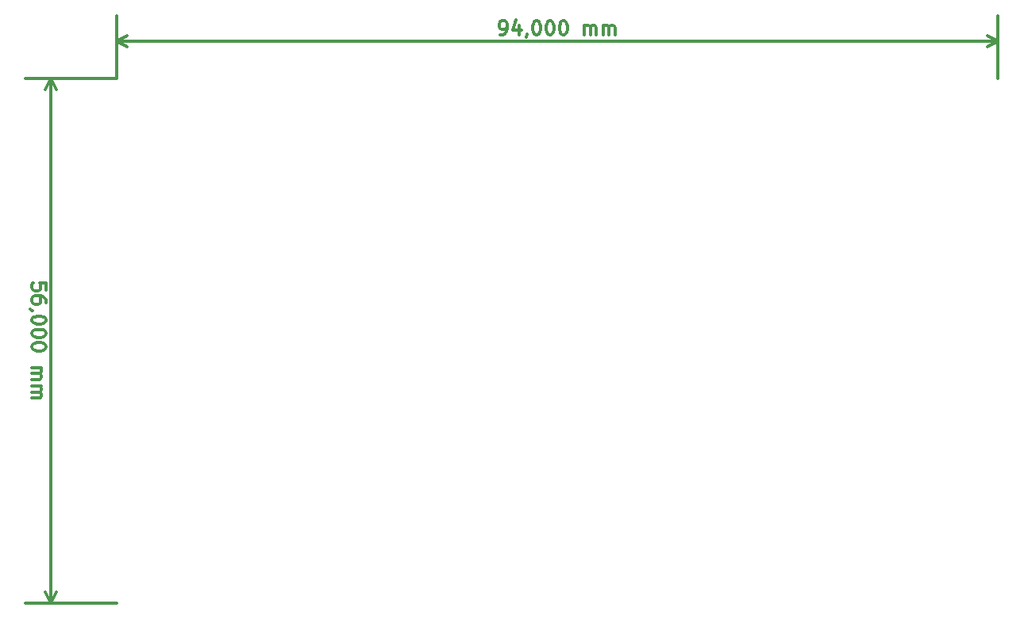
<source format=gbr>
%TF.GenerationSoftware,KiCad,Pcbnew,4.0.2+dfsg1-stable*%
%TF.CreationDate,2019-10-13T22:13:11+02:00*%
%TF.ProjectId,stduinof429,73746475696E6F663432392E6B696361,rev?*%
%TF.FileFunction,Other,User*%
%FSLAX46Y46*%
G04 Gerber Fmt 4.6, Leading zero omitted, Abs format (unit mm)*
G04 Created by KiCad (PCBNEW 4.0.2+dfsg1-stable) date Sun 13 Oct 2019 22:13:11 CEST*
%MOMM*%
G01*
G04 APERTURE LIST*
%ADD10C,0.100000*%
%ADD11C,0.300000*%
G04 APERTURE END LIST*
D10*
D11*
X79469429Y-93936430D02*
X79469429Y-93222144D01*
X78755143Y-93150715D01*
X78826571Y-93222144D01*
X78898000Y-93365001D01*
X78898000Y-93722144D01*
X78826571Y-93865001D01*
X78755143Y-93936430D01*
X78612286Y-94007858D01*
X78255143Y-94007858D01*
X78112286Y-93936430D01*
X78040857Y-93865001D01*
X77969429Y-93722144D01*
X77969429Y-93365001D01*
X78040857Y-93222144D01*
X78112286Y-93150715D01*
X79469429Y-95293572D02*
X79469429Y-95007858D01*
X79398000Y-94865001D01*
X79326571Y-94793572D01*
X79112286Y-94650715D01*
X78826571Y-94579286D01*
X78255143Y-94579286D01*
X78112286Y-94650715D01*
X78040857Y-94722143D01*
X77969429Y-94865001D01*
X77969429Y-95150715D01*
X78040857Y-95293572D01*
X78112286Y-95365001D01*
X78255143Y-95436429D01*
X78612286Y-95436429D01*
X78755143Y-95365001D01*
X78826571Y-95293572D01*
X78898000Y-95150715D01*
X78898000Y-94865001D01*
X78826571Y-94722143D01*
X78755143Y-94650715D01*
X78612286Y-94579286D01*
X78040857Y-96150714D02*
X77969429Y-96150714D01*
X77826571Y-96079286D01*
X77755143Y-96007857D01*
X79469429Y-97079286D02*
X79469429Y-97222143D01*
X79398000Y-97365000D01*
X79326571Y-97436429D01*
X79183714Y-97507858D01*
X78898000Y-97579286D01*
X78540857Y-97579286D01*
X78255143Y-97507858D01*
X78112286Y-97436429D01*
X78040857Y-97365000D01*
X77969429Y-97222143D01*
X77969429Y-97079286D01*
X78040857Y-96936429D01*
X78112286Y-96865000D01*
X78255143Y-96793572D01*
X78540857Y-96722143D01*
X78898000Y-96722143D01*
X79183714Y-96793572D01*
X79326571Y-96865000D01*
X79398000Y-96936429D01*
X79469429Y-97079286D01*
X79469429Y-98507857D02*
X79469429Y-98650714D01*
X79398000Y-98793571D01*
X79326571Y-98865000D01*
X79183714Y-98936429D01*
X78898000Y-99007857D01*
X78540857Y-99007857D01*
X78255143Y-98936429D01*
X78112286Y-98865000D01*
X78040857Y-98793571D01*
X77969429Y-98650714D01*
X77969429Y-98507857D01*
X78040857Y-98365000D01*
X78112286Y-98293571D01*
X78255143Y-98222143D01*
X78540857Y-98150714D01*
X78898000Y-98150714D01*
X79183714Y-98222143D01*
X79326571Y-98293571D01*
X79398000Y-98365000D01*
X79469429Y-98507857D01*
X79469429Y-99936428D02*
X79469429Y-100079285D01*
X79398000Y-100222142D01*
X79326571Y-100293571D01*
X79183714Y-100365000D01*
X78898000Y-100436428D01*
X78540857Y-100436428D01*
X78255143Y-100365000D01*
X78112286Y-100293571D01*
X78040857Y-100222142D01*
X77969429Y-100079285D01*
X77969429Y-99936428D01*
X78040857Y-99793571D01*
X78112286Y-99722142D01*
X78255143Y-99650714D01*
X78540857Y-99579285D01*
X78898000Y-99579285D01*
X79183714Y-99650714D01*
X79326571Y-99722142D01*
X79398000Y-99793571D01*
X79469429Y-99936428D01*
X77969429Y-102222142D02*
X78969429Y-102222142D01*
X78826571Y-102222142D02*
X78898000Y-102293570D01*
X78969429Y-102436428D01*
X78969429Y-102650713D01*
X78898000Y-102793570D01*
X78755143Y-102864999D01*
X77969429Y-102864999D01*
X78755143Y-102864999D02*
X78898000Y-102936428D01*
X78969429Y-103079285D01*
X78969429Y-103293570D01*
X78898000Y-103436428D01*
X78755143Y-103507856D01*
X77969429Y-103507856D01*
X77969429Y-104222142D02*
X78969429Y-104222142D01*
X78826571Y-104222142D02*
X78898000Y-104293570D01*
X78969429Y-104436428D01*
X78969429Y-104650713D01*
X78898000Y-104793570D01*
X78755143Y-104864999D01*
X77969429Y-104864999D01*
X78755143Y-104864999D02*
X78898000Y-104936428D01*
X78969429Y-105079285D01*
X78969429Y-105293570D01*
X78898000Y-105436428D01*
X78755143Y-105507856D01*
X77969429Y-105507856D01*
X79998000Y-71365000D02*
X79998000Y-127365000D01*
X86998000Y-71365000D02*
X77298000Y-71365000D01*
X86998000Y-127365000D02*
X77298000Y-127365000D01*
X79998000Y-127365000D02*
X79411579Y-126238496D01*
X79998000Y-127365000D02*
X80584421Y-126238496D01*
X79998000Y-71365000D02*
X79411579Y-72491504D01*
X79998000Y-71365000D02*
X80584421Y-72491504D01*
X127926572Y-66693571D02*
X128212287Y-66693571D01*
X128355144Y-66622143D01*
X128426572Y-66550714D01*
X128569430Y-66336429D01*
X128640858Y-66050714D01*
X128640858Y-65479286D01*
X128569430Y-65336429D01*
X128498001Y-65265000D01*
X128355144Y-65193571D01*
X128069430Y-65193571D01*
X127926572Y-65265000D01*
X127855144Y-65336429D01*
X127783715Y-65479286D01*
X127783715Y-65836429D01*
X127855144Y-65979286D01*
X127926572Y-66050714D01*
X128069430Y-66122143D01*
X128355144Y-66122143D01*
X128498001Y-66050714D01*
X128569430Y-65979286D01*
X128640858Y-65836429D01*
X129926572Y-65693571D02*
X129926572Y-66693571D01*
X129569429Y-65122143D02*
X129212286Y-66193571D01*
X130140858Y-66193571D01*
X130783714Y-66622143D02*
X130783714Y-66693571D01*
X130712286Y-66836429D01*
X130640857Y-66907857D01*
X131712286Y-65193571D02*
X131855143Y-65193571D01*
X131998000Y-65265000D01*
X132069429Y-65336429D01*
X132140858Y-65479286D01*
X132212286Y-65765000D01*
X132212286Y-66122143D01*
X132140858Y-66407857D01*
X132069429Y-66550714D01*
X131998000Y-66622143D01*
X131855143Y-66693571D01*
X131712286Y-66693571D01*
X131569429Y-66622143D01*
X131498000Y-66550714D01*
X131426572Y-66407857D01*
X131355143Y-66122143D01*
X131355143Y-65765000D01*
X131426572Y-65479286D01*
X131498000Y-65336429D01*
X131569429Y-65265000D01*
X131712286Y-65193571D01*
X133140857Y-65193571D02*
X133283714Y-65193571D01*
X133426571Y-65265000D01*
X133498000Y-65336429D01*
X133569429Y-65479286D01*
X133640857Y-65765000D01*
X133640857Y-66122143D01*
X133569429Y-66407857D01*
X133498000Y-66550714D01*
X133426571Y-66622143D01*
X133283714Y-66693571D01*
X133140857Y-66693571D01*
X132998000Y-66622143D01*
X132926571Y-66550714D01*
X132855143Y-66407857D01*
X132783714Y-66122143D01*
X132783714Y-65765000D01*
X132855143Y-65479286D01*
X132926571Y-65336429D01*
X132998000Y-65265000D01*
X133140857Y-65193571D01*
X134569428Y-65193571D02*
X134712285Y-65193571D01*
X134855142Y-65265000D01*
X134926571Y-65336429D01*
X134998000Y-65479286D01*
X135069428Y-65765000D01*
X135069428Y-66122143D01*
X134998000Y-66407857D01*
X134926571Y-66550714D01*
X134855142Y-66622143D01*
X134712285Y-66693571D01*
X134569428Y-66693571D01*
X134426571Y-66622143D01*
X134355142Y-66550714D01*
X134283714Y-66407857D01*
X134212285Y-66122143D01*
X134212285Y-65765000D01*
X134283714Y-65479286D01*
X134355142Y-65336429D01*
X134426571Y-65265000D01*
X134569428Y-65193571D01*
X136855142Y-66693571D02*
X136855142Y-65693571D01*
X136855142Y-65836429D02*
X136926570Y-65765000D01*
X137069428Y-65693571D01*
X137283713Y-65693571D01*
X137426570Y-65765000D01*
X137497999Y-65907857D01*
X137497999Y-66693571D01*
X137497999Y-65907857D02*
X137569428Y-65765000D01*
X137712285Y-65693571D01*
X137926570Y-65693571D01*
X138069428Y-65765000D01*
X138140856Y-65907857D01*
X138140856Y-66693571D01*
X138855142Y-66693571D02*
X138855142Y-65693571D01*
X138855142Y-65836429D02*
X138926570Y-65765000D01*
X139069428Y-65693571D01*
X139283713Y-65693571D01*
X139426570Y-65765000D01*
X139497999Y-65907857D01*
X139497999Y-66693571D01*
X139497999Y-65907857D02*
X139569428Y-65765000D01*
X139712285Y-65693571D01*
X139926570Y-65693571D01*
X140069428Y-65765000D01*
X140140856Y-65907857D01*
X140140856Y-66693571D01*
X86998000Y-67365000D02*
X180998000Y-67365000D01*
X86998000Y-71365000D02*
X86998000Y-64665000D01*
X180998000Y-71365000D02*
X180998000Y-64665000D01*
X180998000Y-67365000D02*
X179871496Y-67951421D01*
X180998000Y-67365000D02*
X179871496Y-66778579D01*
X86998000Y-67365000D02*
X88124504Y-67951421D01*
X86998000Y-67365000D02*
X88124504Y-66778579D01*
M02*

</source>
